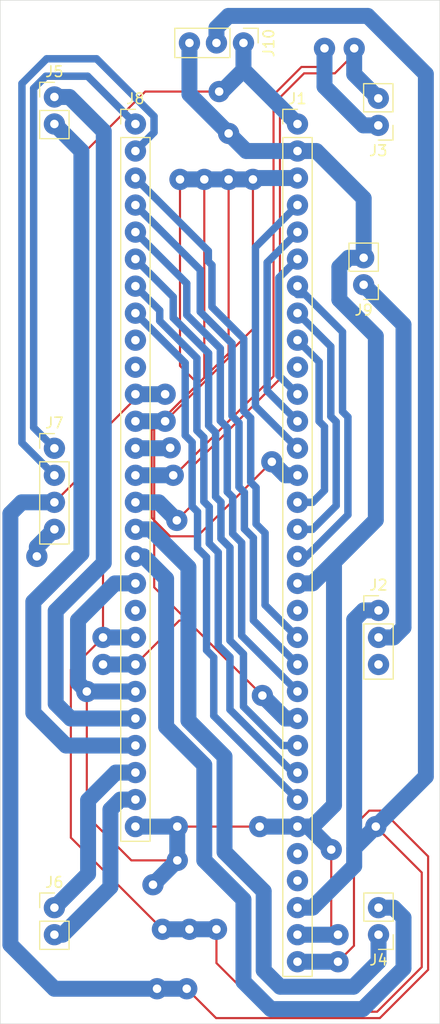
<source format=kicad_pcb>
(kicad_pcb (version 20241229) (generator "pcbnew") (generator_version "9.0")
  (layers (0 "F.Cu" signal) (2 "B.Cu" signal) (13 "F.Paste" user) (15 "B.Paste" user) (5 "F.SilkS" user "F.Silkscreen") (7 "B.SilkS" user "B.Silkscreen") (1 "F.Mask" user) (3 "B.Mask" user) (25 "Edge.Cuts" user))
  (net 0 "")
  (net 2 "Net-(J1-Pin_21)")
  (net 3 "GND")
  (net 4 "Net-(J1-Pin_12)")
  (net 5 "+12V")
  (net 6 "Net-(J1-Pin_17)")
  (net 7 "Net-(J1-Pin_16)")
  (net 8 "Net-(J1-Pin_13)")
  (net 9 "Net-(J1-Pin_20)")
  (net 10 "Net-(J1-Pin_26)")
  (net 11 "+3.3V")
  (net 12 "Net-(J1-Pin_24)")
  (net 13 "Net-(J1-Pin_15)")
  (net 15 "Net-(J1-Pin_11)")
  (net 16 "Net-(J1-Pin_22)")
  (net 18 "+5V")
  (net 21 "Net-(J1-Pin_25)")
  (net 22 "Net-(J2-Pin_2)")
  (net 24 "Net-(J3-Pin_1)")
  (net 25 "Net-(J3-Pin_2)")
  (net 26 "Net-(J4-Pin_2)")
  (net 27 "Net-(J4-Pin_1)")
  (net 28 "Net-(J5-Pin_2)")
  (net 29 "Net-(J5-Pin_1)")
  (net 30 "Net-(J6-Pin_1)")
  (net 31 "Net-(J6-Pin_2)")
  (net 32 "Net-(J7-Pin_1)")
  (net 33 "Net-(J7-Pin_2)")
  (footprint "Connector_PinHeader_2.54mm:PinHeader_1x03_P2.54mm_Vertical" (layer "F.Cu") (at 109.22 93.98)
    (property "Reference" "J2" (at 0 -2.38 0) (layer "F.SilkS"))
    (property "Value" "Conn_01x03_Socket" (hide yes))
    (fp_line (start -1.38 -1.38) (end 0 -1.38) (stroke (width 0.12)) (layer "F.SilkS"))
    (fp_line (start -1.38 0) (end -1.38 -1.38) (stroke (width 0.12)) (layer "F.SilkS"))
    (fp_line (start -1.38 1.27) (end -1.38 6.46) (stroke (width 0.12)) (layer "F.SilkS"))
    (fp_line (start -1.38 1.27) (end 1.38 1.27) (stroke (width 0.12)) (layer "F.SilkS"))
    (fp_line (start -1.38 6.46) (end 1.38 6.46) (stroke (width 0.12)) (layer "F.SilkS"))
    (fp_line (start 1.38 1.27) (end 1.38 6.46) (stroke (width 0.12)) (layer "F.SilkS"))
    (pad "1" thru_hole circle (at 0 0) (size 2 2) (drill 0.8) (layers "*.Cu" "*.Mask") (net 5 "+12V") (thermal_bridge_width 1))
    (pad "2" thru_hole circle (at 0 2.54) (size 2 2) (drill 0.8) (layers "*.Cu" "*.Mask") (net 22 "Net-(J2-Pin_2)") (thermal_bridge_width 1))
    (pad "3" thru_hole circle (at 0 5.08) (size 2 2) (drill 0.8) (layers "*.Cu" "*.Mask") (thermal_bridge_width 1))
  )
  (footprint "Connector_PinHeader_2.54mm:PinHeader_1x04_P2.54mm_Vertical" (layer "F.Cu") (at 78.74 78.74)
    (property "Reference" "J7" (at 0 -2.38 0) (layer "F.SilkS"))
    (property "Value" "Conn_01x04_Socket" (hide yes))
    (fp_line (start -1.38 -1.38) (end 0 -1.38) (stroke (width 0.12)) (layer "F.SilkS"))
    (fp_line (start -1.38 0) (end -1.38 -1.38) (stroke (width 0.12)) (layer "F.SilkS"))
    (fp_line (start -1.38 1.27) (end -1.38 9) (stroke (width 0.12)) (layer "F.SilkS"))
    (fp_line (start -1.38 1.27) (end 1.38 1.27) (stroke (width 0.12)) (layer "F.SilkS"))
    (fp_line (start -1.38 9) (end 1.38 9) (stroke (width 0.12)) (layer "F.SilkS"))
    (fp_line (start 1.38 1.27) (end 1.38 9) (stroke (width 0.12)) (layer "F.SilkS"))
    (pad "1" thru_hole circle (at 0 0) (size 2 2) (drill 0.8) (layers "*.Cu" "*.Mask") (net 32 "Net-(J7-Pin_1)") (thermal_bridge_width 1))
    (pad "2" thru_hole circle (at 0 2.54) (size 2 2) (drill 0.8) (layers "*.Cu" "*.Mask") (net 33 "Net-(J7-Pin_2)") (thermal_bridge_width 1))
    (pad "3" thru_hole circle (at 0 5.08) (size 2 2) (drill 0.8) (layers "*.Cu" "*.Mask") (net 18 "+5V") (thermal_bridge_width 1))
    (pad "4" thru_hole circle (at 0 7.62) (size 2 2) (drill 0.8) (layers "*.Cu" "*.Mask") (net 3 "GND") (thermal_bridge_width 1))
  )
  (footprint "Connector_PinHeader_2.54mm:PinHeader_1x02_P2.54mm_Vertical" (layer "F.Cu") (at 78.74 121.92)
    (property "Reference" "J6" (at 0 -2.38 0) (layer "F.SilkS"))
    (property "Value" "Conn_01x02_Socket" (hide yes))
    (fp_line (start -1.38 -1.38) (end 0 -1.38) (stroke (width 0.12)) (layer "F.SilkS"))
    (fp_line (start -1.38 0) (end -1.38 -1.38) (stroke (width 0.12)) (layer "F.SilkS"))
    (fp_line (start -1.38 1.27) (end -1.38 3.92) (stroke (width 0.12)) (layer "F.SilkS"))
    (fp_line (start -1.38 1.27) (end 1.38 1.27) (stroke (width 0.12)) (layer "F.SilkS"))
    (fp_line (start -1.38 3.92) (end 1.38 3.92) (stroke (width 0.12)) (layer "F.SilkS"))
    (fp_line (start 1.38 1.27) (end 1.38 3.92) (stroke (width 0.12)) (layer "F.SilkS"))
    (pad "1" thru_hole circle (at 0 0) (size 2 2) (drill 0.8) (layers "*.Cu" "*.Mask") (net 30 "Net-(J6-Pin_1)") (thermal_bridge_width 1))
    (pad "2" thru_hole circle (at 0 2.54) (size 2 2) (drill 0.8) (layers "*.Cu" "*.Mask") (net 31 "Net-(J6-Pin_2)") (thermal_bridge_width 1))
  )
  (footprint "Connector_PinHeader_2.54mm:PinHeader_1x27_P2.54mm_Vertical" (layer "F.Cu") (at 86.36 48.26)
    (property "Reference" "J8" (at 0 -2.38 0) (layer "F.SilkS"))
    (property "Value" "Conn_01x27_Socket" (hide yes))
    (fp_line (start -1.38 -1.38) (end 0 -1.38) (stroke (width 0.12)) (layer "F.SilkS"))
    (fp_line (start -1.38 0) (end -1.38 -1.38) (stroke (width 0.12)) (layer "F.SilkS"))
    (fp_line (start -1.38 1.27) (end -1.38 67.42) (stroke (width 0.12)) (layer "F.SilkS"))
    (fp_line (start -1.38 1.27) (end 1.38 1.27) (stroke (width 0.12)) (layer "F.SilkS"))
    (fp_line (start -1.38 67.42) (end 1.38 67.42) (stroke (width 0.12)) (layer "F.SilkS"))
    (fp_line (start 1.38 1.27) (end 1.38 67.42) (stroke (width 0.12)) (layer "F.SilkS"))
    (pad "1" thru_hole circle (at 0 0) (size 2 2) (drill 0.8) (layers "*.Cu" "*.Mask") (net 32 "Net-(J7-Pin_1)") (thermal_bridge_width 1))
    (pad "2" thru_hole circle (at 0 2.54) (size 2 2) (drill 0.8) (layers "*.Cu" "*.Mask") (net 33 "Net-(J7-Pin_2)") (thermal_bridge_width 1))
    (pad "3" thru_hole circle (at 0 5.08) (size 2 2) (drill 0.8) (layers "*.Cu" "*.Mask") (net 9 "Net-(J1-Pin_20)") (thermal_bridge_width 1))
    (pad "4" thru_hole circle (at 0 7.62) (size 2 2) (drill 0.8) (layers "*.Cu" "*.Mask") (net 2 "Net-(J1-Pin_21)") (thermal_bridge_width 1))
    (pad "5" thru_hole circle (at 0 10.16) (size 2 2) (drill 0.8) (layers "*.Cu" "*.Mask") (net 16 "Net-(J1-Pin_22)") (thermal_bridge_width 1))
    (pad "6" thru_hole circle (at 0 12.7) (size 2 2) (drill 0.8) (layers "*.Cu" "*.Mask") (net 12 "Net-(J1-Pin_24)") (thermal_bridge_width 1))
    (pad "7" thru_hole circle (at 0 15.24) (size 2 2) (drill 0.8) (layers "*.Cu" "*.Mask") (net 21 "Net-(J1-Pin_25)") (thermal_bridge_width 1))
    (pad "8" thru_hole circle (at 0 17.78) (size 2 2) (drill 0.8) (layers "*.Cu" "*.Mask") (net 10 "Net-(J1-Pin_26)") (thermal_bridge_width 1))
    (pad "9" thru_hole circle (at 0 20.32) (size 2 2) (drill 0.8) (layers "*.Cu" "*.Mask") (thermal_bridge_width 1))
    (pad "10" thru_hole circle (at 0 22.86) (size 2 2) (drill 0.8) (layers "*.Cu" "*.Mask") (thermal_bridge_width 1))
    (pad "11" thru_hole circle (at 0 25.4) (size 2 2) (drill 0.8) (layers "*.Cu" "*.Mask") (net 5 "+12V") (thermal_bridge_width 1))
    (pad "12" thru_hole circle (at 0 27.94) (size 2 2) (drill 0.8) (layers "*.Cu" "*.Mask") (net 11 "+3.3V") (thermal_bridge_width 1))
    (pad "13" thru_hole circle (at 0 30.48) (size 2 2) (drill 0.8) (layers "*.Cu" "*.Mask") (net 3 "GND") (thermal_bridge_width 1))
    (pad "14" thru_hole circle (at 0 33.02) (size 2 2) (drill 0.8) (layers "*.Cu" "*.Mask") (net 24 "Net-(J3-Pin_1)") (thermal_bridge_width 1))
    (pad "15" thru_hole circle (at 0 35.56) (size 2 2) (drill 0.8) (layers "*.Cu" "*.Mask") (net 25 "Net-(J3-Pin_2)") (thermal_bridge_width 1))
    (pad "16" thru_hole circle (at 0 38.1) (size 2 2) (drill 0.8) (layers "*.Cu" "*.Mask") (net 27 "Net-(J4-Pin_1)") (thermal_bridge_width 1))
    (pad "17" thru_hole circle (at 0 40.64) (size 2 2) (drill 0.8) (layers "*.Cu" "*.Mask") (net 26 "Net-(J4-Pin_2)") (thermal_bridge_width 1))
    (pad "18" thru_hole circle (at 0 43.18) (size 2 2) (drill 0.8) (layers "*.Cu" "*.Mask") (net 3 "GND") (thermal_bridge_width 1))
    (pad "19" thru_hole circle (at 0 45.72) (size 2 2) (drill 0.8) (layers "*.Cu" "*.Mask") (thermal_bridge_width 1))
    (pad "20" thru_hole circle (at 0 48.26) (size 2 2) (drill 0.8) (layers "*.Cu" "*.Mask") (net 5 "+12V") (thermal_bridge_width 1))
    (pad "21" thru_hole circle (at 0 50.8) (size 2 2) (drill 0.8) (layers "*.Cu" "*.Mask") (net 11 "+3.3V") (thermal_bridge_width 1))
    (pad "22" thru_hole circle (at 0 53.34) (size 2 2) (drill 0.8) (layers "*.Cu" "*.Mask") (net 3 "GND") (thermal_bridge_width 1))
    (pad "23" thru_hole circle (at 0 55.88) (size 2 2) (drill 0.8) (layers "*.Cu" "*.Mask") (net 29 "Net-(J5-Pin_1)") (thermal_bridge_width 1))
    (pad "24" thru_hole circle (at 0 58.42) (size 2 2) (drill 0.8) (layers "*.Cu" "*.Mask") (net 28 "Net-(J5-Pin_2)") (thermal_bridge_width 1))
    (pad "25" thru_hole circle (at 0 60.96) (size 2 2) (drill 0.8) (layers "*.Cu" "*.Mask") (net 30 "Net-(J6-Pin_1)") (thermal_bridge_width 1))
    (pad "26" thru_hole circle (at 0 63.5) (size 2 2) (drill 0.8) (layers "*.Cu" "*.Mask") (net 31 "Net-(J6-Pin_2)") (thermal_bridge_width 1))
    (pad "27" thru_hole circle (at 0 66.04) (size 2 2) (drill 0.8) (layers "*.Cu" "*.Mask") (net 3 "GND") (thermal_bridge_width 1))
  )
  (footprint "Connector_PinHeader_2.54mm:PinHeader_1x02_P2.54mm_Vertical" (layer "F.Cu") (at 109.2 48.39 180)
    (property "Reference" "J3" (at 0 -2.38 0) (layer "F.SilkS"))
    (property "Value" "Conn_01x02_Socket" (hide yes))
    (fp_line (start 1.38 1.27) (end 1.38 3.92) (stroke (width 0.12)) (layer "F.SilkS"))
    (fp_line (start -1.38 3.92) (end 1.38 3.92) (stroke (width 0.12)) (layer "F.SilkS"))
    (fp_line (start -1.38 1.27) (end 1.38 1.27) (stroke (width 0.12)) (layer "F.SilkS"))
    (fp_line (start -1.38 1.27) (end -1.38 3.92) (stroke (width 0.12)) (layer "F.SilkS"))
    (fp_line (start -1.38 0) (end -1.38 -1.38) (stroke (width 0.12)) (layer "F.SilkS"))
    (fp_line (start -1.38 -1.38) (end 0 -1.38) (stroke (width 0.12)) (layer "F.SilkS"))
    (pad "1" thru_hole circle (at 0 0 180) (size 2 2) (drill 0.8) (layers "*.Cu" "*.Mask") (net 24 "Net-(J3-Pin_1)") (thermal_bridge_width 1))
    (pad "2" thru_hole circle (at 0 2.54 180) (size 2 2) (drill 0.8) (layers "*.Cu" "*.Mask") (net 25 "Net-(J3-Pin_2)") (thermal_bridge_width 1))
  )
  (footprint "Connector_PinHeader_2.54mm:PinHeader_1x02_P2.54mm_Vertical" (layer "F.Cu") (at 109.22 124.46 180)
    (property "Reference" "J4" (at 0 -2.38 0) (layer "F.SilkS"))
    (property "Value" "Conn_01x02_Socket" (hide yes))
    (fp_line (start 1.38 1.27) (end 1.38 3.92) (stroke (width 0.12)) (layer "F.SilkS"))
    (fp_line (start -1.38 3.92) (end 1.38 3.92) (stroke (width 0.12)) (layer "F.SilkS"))
    (fp_line (start -1.38 1.27) (end 1.38 1.27) (stroke (width 0.12)) (layer "F.SilkS"))
    (fp_line (start -1.38 1.27) (end -1.38 3.92) (stroke (width 0.12)) (layer "F.SilkS"))
    (fp_line (start -1.38 0) (end -1.38 -1.38) (stroke (width 0.12)) (layer "F.SilkS"))
    (fp_line (start -1.38 -1.38) (end 0 -1.38) (stroke (width 0.12)) (layer "F.SilkS"))
    (pad "1" thru_hole circle (at 0 0 180) (size 2 2) (drill 0.8) (layers "*.Cu" "*.Mask") (net 27 "Net-(J4-Pin_1)") (thermal_bridge_width 1))
    (pad "2" thru_hole circle (at 0 2.54 180) (size 2 2) (drill 0.8) (layers "*.Cu" "*.Mask") (net 26 "Net-(J4-Pin_2)") (thermal_bridge_width 1))
  )
  (footprint "Connector_PinHeader_2.54mm:PinHeader_1x32_P2.54mm_Vertical" (layer "F.Cu") (at 101.6 48.26)
    (property "Reference" "J1" (at 0 -2.38 0) (layer "F.SilkS"))
    (property "Value" "Conn_01x32_Socket" (hide yes))
    (fp_line (start -1.38 -1.38) (end 0 -1.38) (stroke (width 0.12)) (layer "F.SilkS"))
    (fp_line (start -1.38 0) (end -1.38 -1.38) (stroke (width 0.12)) (layer "F.SilkS"))
    (fp_line (start -1.38 1.27) (end -1.38 80.12) (stroke (width 0.12)) (layer "F.SilkS"))
    (fp_line (start -1.38 1.27) (end 1.38 1.27) (stroke (width 0.12)) (layer "F.SilkS"))
    (fp_line (start -1.38 80.12) (end 1.38 80.12) (stroke (width 0.12)) (layer "F.SilkS"))
    (fp_line (start 1.38 1.27) (end 1.38 80.12) (stroke (width 0.12)) (layer "F.SilkS"))
    (pad "1" thru_hole circle (at 0 0) (size 2 2) (drill 0.8) (layers "*.Cu" "*.Mask") (net 18 "+5V") (thermal_bridge_width 1))
    (pad "2" thru_hole circle (at 0 2.54) (size 2 2) (drill 0.8) (layers "*.Cu" "*.Mask") (net 3 "GND") (thermal_bridge_width 1))
    (pad "3" thru_hole circle (at 0 5.08) (size 2 2) (drill 0.8) (layers "*.Cu" "*.Mask") (net 11 "+3.3V") (thermal_bridge_width 1))
    (pad "4" thru_hole circle (at 0 7.62) (size 2 2) (drill 0.8) (layers "*.Cu" "*.Mask") (net 8 "Net-(J1-Pin_13)") (thermal_bridge_width 1))
    (pad "5" thru_hole circle (at 0 10.16) (size 2 2) (drill 0.8) (layers "*.Cu" "*.Mask") (net 4 "Net-(J1-Pin_12)") (thermal_bridge_width 1))
    (pad "6" thru_hole circle (at 0 12.7) (size 2 2) (drill 0.8) (layers "*.Cu" "*.Mask") (net 15 "Net-(J1-Pin_11)") (thermal_bridge_width 1))
    (pad "7" thru_hole circle (at 0 15.24) (size 2 2) (drill 0.8) (layers "*.Cu" "*.Mask") (net 6 "Net-(J1-Pin_17)") (thermal_bridge_width 1))
    (pad "8" thru_hole circle (at 0 17.78) (size 2 2) (drill 0.8) (layers "*.Cu" "*.Mask") (net 7 "Net-(J1-Pin_16)") (thermal_bridge_width 1))
    (pad "9" thru_hole circle (at 0 20.32) (size 2 2) (drill 0.8) (layers "*.Cu" "*.Mask") (net 13 "Net-(J1-Pin_15)") (thermal_bridge_width 1))
    (pad "10" thru_hole circle (at 0 22.86) (size 2 2) (drill 0.8) (layers "*.Cu" "*.Mask") (thermal_bridge_width 1))
    (pad "11" thru_hole circle (at 0 25.4) (size 2 2) (drill 0.8) (layers "*.Cu" "*.Mask") (net 15 "Net-(J1-Pin_11)") (thermal_bridge_width 1))
    (pad "12" thru_hole circle (at 0 27.94) (size 2 2) (drill 0.8) (layers "*.Cu" "*.Mask") (net 4 "Net-(J1-Pin_12)") (thermal_bridge_width 1))
    (pad "13" thru_hole circle (at 0 30.48) (size 2 2) (drill 0.8) (layers "*.Cu" "*.Mask") (net 8 "Net-(J1-Pin_13)") (thermal_bridge_width 1))
    (pad "14" thru_hole circle (at 0 33.02) (size 2 2) (drill 0.8) (layers "*.Cu" "*.Mask") (net 11 "+3.3V") (thermal_bridge_width 1))
    (pad "15" thru_hole circle (at 0 35.56) (size 2 2) (drill 0.8) (layers "*.Cu" "*.Mask") (net 13 "Net-(J1-Pin_15)") (thermal_bridge_width 1))
    (pad "16" thru_hole circle (at 0 38.1) (size 2 2) (drill 0.8) (layers "*.Cu" "*.Mask") (net 7 "Net-(J1-Pin_16)") (thermal_bridge_width 1))
    (pad "17" thru_hole circle (at 0 40.64) (size 2 2) (drill 0.8) (layers "*.Cu" "*.Mask") (net 6 "Net-(J1-Pin_17)") (thermal_bridge_width 1))
    (pad "18" thru_hole circle (at 0 43.18) (size 2 2) (drill 0.8) (layers "*.Cu" "*.Mask") (net 3 "GND") (thermal_bridge_width 1))
    (pad "19" thru_hole circle (at 0 45.72) (size 2 2) (drill 0.8) (layers "*.Cu" "*.Mask") (thermal_bridge_width 1))
    (pad "20" thru_hole circle (at 0 48.26) (size 2 2) (drill 0.8) (layers "*.Cu" "*.Mask") (net 9 "Net-(J1-Pin_20)") (thermal_bridge_width 1))
    (pad "21" thru_hole circle (at 0 50.8) (size 2 2) (drill 0.8) (layers "*.Cu" "*.Mask") (net 2 "Net-(J1-Pin_21)") (thermal_bridge_width 1))
    (pad "22" thru_hole circle (at 0 53.34) (size 2 2) (drill 0.8) (layers "*.Cu" "*.Mask") (net 16 "Net-(J1-Pin_22)") (thermal_bridge_width 1))
    (pad "23" thru_hole circle (at 0 55.88) (size 2 2) (drill 0.8) (layers "*.Cu" "*.Mask") (net 11 "+3.3V") (thermal_bridge_width 1))
    (pad "24" thru_hole circle (at 0 58.42) (size 2 2) (drill 0.8) (layers "*.Cu" "*.Mask") (net 12 "Net-(J1-Pin_24)") (thermal_bridge_width 1))
    (pad "25" thru_hole circle (at 0 60.96) (size 2 2) (drill 0.8) (layers "*.Cu" "*.Mask") (net 21 "Net-(J1-Pin_25)") (thermal_bridge_width 1))
    (pad "26" thru_hole circle (at 0 63.5) (size 2 2) (drill 0.8) (layers "*.Cu" "*.Mask") (net 10 "Net-(J1-Pin_26)") (thermal_bridge_width 1))
    (pad "27" thru_hole circle (at 0 66.04) (size 2 2) (drill 0.8) (layers "*.Cu" "*.Mask") (net 3 "GND") (thermal_bridge_width 1))
    (pad "28" thru_hole circle (at 0 68.58) (size 2 2) (drill 0.8) (layers "*.Cu" "*.Mask") (thermal_bridge_width 1))
    (pad "29" thru_hole circle (at 0 71.12) (size 2 2) (drill 0.8) (layers "*.Cu" "*.Mask") (thermal_bridge_width 1))
    (pad "30" thru_hole circle (at 0 73.66) (size 2 2) (drill 0.8) (layers "*.Cu" "*.Mask") (net 5 "+12V") (thermal_bridge_width 1))
    (pad "31" thru_hole circle (at 0 76.2) (size 2 2) (drill 0.8) (layers "*.Cu" "*.Mask") (net 3 "GND") (thermal_bridge_width 1))
    (pad "32" thru_hole circle (at 0 78.74) (size 2 2) (drill 0.8) (layers "*.Cu" "*.Mask") (net 18 "+5V") (thermal_bridge_width 1))
  )
  (footprint "Connector_PinHeader_2.54mm:PinHeader_1x02_P2.54mm_Vertical" (layer "F.Cu") (at 107.823 63.373 180)
    (property "Reference" "J9" (at 0 -2.38 0) (layer "F.SilkS"))
    (property "Value" "Conn_01x02_Socket" (hide yes))
    (fp_line (start 1.38 1.27) (end 1.38 3.92) (stroke (width 0.12)) (layer "F.SilkS"))
    (fp_line (start -1.38 3.92) (end 1.38 3.92) (stroke (width 0.12)) (layer "F.SilkS"))
    (fp_line (start -1.38 1.27) (end 1.38 1.27) (stroke (width 0.12)) (layer "F.SilkS"))
    (fp_line (start -1.38 1.27) (end -1.38 3.92) (stroke (width 0.12)) (layer "F.SilkS"))
    (fp_line (start -1.38 0) (end -1.38 -1.38) (stroke (width 0.12)) (layer "F.SilkS"))
    (fp_line (start -1.38 -1.38) (end 0 -1.38) (stroke (width 0.12)) (layer "F.SilkS"))
    (pad "1" thru_hole circle (at 0 0 180) (size 2 2) (drill 0.8) (layers "*.Cu" "*.Mask") (net 22 "Net-(J2-Pin_2)") (thermal_bridge_width 1))
    (pad "2" thru_hole circle (at 0 2.54 180) (size 2 2) (drill 0.8) (layers "*.Cu" "*.Mask") (net 3 "GND") (thermal_bridge_width 1))
  )
  (footprint "Connector_PinHeader_2.54mm:PinHeader_1x02_P2.54mm_Vertical" (layer "F.Cu") (at 78.74 45.72)
    (property "Reference" "J5" (at 0 -2.38 0) (layer "F.SilkS"))
    (property "Value" "Conn_01x02_Socket" (hide yes))
    (fp_line (start -1.38 -1.38) (end 0 -1.38) (stroke (width 0.12)) (layer "F.SilkS"))
    (fp_line (start -1.38 0) (end -1.38 -1.38) (stroke (width 0.12)) (layer "F.SilkS"))
    (fp_line (start -1.38 1.27) (end -1.38 3.92) (stroke (width 0.12)) (layer "F.SilkS"))
    (fp_line (start -1.38 1.27) (end 1.38 1.27) (stroke (width 0.12)) (layer "F.SilkS"))
    (fp_line (start -1.38 3.92) (end 1.38 3.92) (stroke (width 0.12)) (layer "F.SilkS"))
    (fp_line (start 1.38 1.27) (end 1.38 3.92) (stroke (width 0.12)) (layer "F.SilkS"))
    (pad "1" thru_hole circle (at 0 0) (size 2 2) (drill 0.8) (layers "*.Cu" "*.Mask") (net 29 "Net-(J5-Pin_1)") (thermal_bridge_width 1))
    (pad "2" thru_hole circle (at 0 2.54) (size 2 2) (drill 0.8) (layers "*.Cu" "*.Mask") (net 28 "Net-(J5-Pin_2)") (thermal_bridge_width 1))
  )
  (footprint "Connector_PinHeader_2.54mm:PinHeader_1x03_P2.54mm_Vertical" (layer "F.Cu") (at 96.52 40.64 -90)
    (property "Reference" "J10" (at 0 -2.38 90) (layer "F.SilkS"))
    (property "Value" "Conn_01x03_Socket" (hide yes))
    (fp_line (start -1.38 6.46) (end 1.38 6.46) (stroke (width 0.12)) (layer "F.SilkS"))
    (fp_line (start -1.38 1.27) (end -1.38 6.46) (stroke (width 0.12)) (layer "F.SilkS"))
    (fp_line (start -1.38 1.27) (end 1.38 1.27) (stroke (width 0.12)) (layer "F.SilkS"))
    (fp_line (start 1.38 1.27) (end 1.38 6.46) (stroke (width 0.12)) (layer "F.SilkS"))
    (fp_line (start -1.38 0) (end -1.38 -1.38) (stroke (width 0.12)) (layer "F.SilkS"))
    (fp_line (start -1.38 -1.38) (end 0 -1.38) (stroke (width 0.12)) (layer "F.SilkS"))
    (pad "1" thru_hole circle (at 0 0 270) (size 2 2) (drill 0.8) (layers "*.Cu" "*.Mask") (net 18 "+5V") (thermal_bridge_width 1))
    (pad "2" thru_hole circle (at 0 2.54 270) (size 2 2) (drill 0.8) (layers "*.Cu" "*.Mask") (net 5 "+12V") (thermal_bridge_width 1))
    (pad "3" thru_hole circle (at 0 5.08 270) (size 2 2) (drill 0.8) (layers "*.Cu" "*.Mask") (net 3 "GND") (thermal_bridge_width 1))
  )
  (gr_rect (start 73.65 36.63) (end 114.98 132.83) (stroke (width 0.05)) (fill no) (layer "Edge.Cuts"))
  (segment (start 95.445 68.896804) (end 92.456 65.907803) (width 0.7) (layer "B.Cu") (net 2))
  (segment (start 92.456 61.976) (end 86.36 55.88) (width 0.7) (layer "B.Cu") (net 2))
  (segment (start 96.098001 76.352105) (end 95.445 75.699103) (width 0.7) (layer "B.Cu") (net 2))
  (segment (start 97.451 87.158805) (end 96.606 86.313805) (width 0.7) (layer "B.Cu") (net 2))
  (segment (start 95.445 75.699103) (end 95.445 68.896804) (width 0.7) (layer "B.Cu") (net 2))
  (segment (start 96.098 82.376806) (end 96.098001 76.352105) (width 0.7) (layer "B.Cu") (net 2))
  (segment (start 97.451 94.911) (end 97.451 87.158805) (width 0.7) (layer "B.Cu") (net 2))
  (segment (start 92.456 65.907803) (end 92.456 61.976) (width 0.7) (layer "B.Cu") (net 2))
  (segment (start 101.6 99.06) (end 97.451 94.911) (width 0.7) (layer "B.Cu") (net 2))
  (segment (start 96.606 86.313805) (end 96.606 82.884806) (width 0.7) (layer "B.Cu") (net 2))
  (segment (start 96.606 82.884806) (end 96.098 82.376806) (width 0.7) (layer "B.Cu") (net 2))
  (segment (start 90.297 114.3) (end 98.044 114.3) (width 0.2) (layer "F.Cu") (net 3))
  (segment (start 85.979 117.475) (end 90.297 117.475) (width 0.2) (layer "F.Cu") (net 3))
  (segment (start 81.788 113.284) (end 85.979 117.475) (width 0.2) (layer "F.Cu") (net 3))
  (segment (start 81.788 101.6) (end 81.788 113.284) (width 0.2) (layer "F.Cu") (net 3))
  (segment (start 104.775 116.459) (end 104.775 123.825) (width 0.2) (layer "F.Cu") (net 3))
  (segment (start 104.775 123.825) (end 105.41 124.46) (width 0.2) (layer "F.Cu") (net 3))
  (via (at 95.126013 49.145987) (size 2) (drill 0.8) (layers "F.Cu" "B.Cu") (net 3))
  (via (at 89.628878 78.6959) (size 2) (drill 0.8) (layers "F.Cu" "B.Cu") (net 3))
  (via (at 104.775 116.459) (size 2) (drill 0.8) (layers "F.Cu" "B.Cu") (net 3))
  (via (at 81.788 101.6) (size 2) (drill 0.8) (layers "F.Cu" "B.Cu") (net 3))
  (via (at 90.297 114.3) (size 2) (drill 0.8) (layers "F.Cu" "B.Cu") (net 3))
  (via (at 90.297 117.475) (size 2) (drill 0.8) (layers "F.Cu" "B.Cu") (net 3))
  (via (at 105.41 124.46) (size 2) (drill 0.8) (layers "F.Cu" "B.Cu") (net 3))
  (via (at 98.044 114.3) (size 2) (drill 0.8) (layers "F.Cu" "B.Cu") (net 3))
  (via (at 88.011 119.761) (size 2) (drill 0.8) (layers "F.Cu" "B.Cu") (net 3))
  (via (at 77.089 88.9) (size 2) (drill 0.8) (layers "F.Cu" "B.Cu") (net 3))
  (segment (start 77.089 88.011) (end 78.74 86.36) (width 1.5) (layer "B.Cu") (net 3))
  (segment (start 101.6 114.3) (end 103.014213 114.3) (width 1.5) (layer "B.Cu") (net 3))
  (segment (start 105.537 64.77) (end 108.966 68.199) (width 1.5) (layer "B.Cu") (net 3))
  (segment (start 96.780026 50.8) (end 101.6 50.8) (width 1.5) (layer "B.Cu") (net 3))
  (segment (start 101.6 50.8) (end 103.378 50.8) (width 1.5) (layer "B.Cu") (net 3))
  (segment (start 108.966 85.488213) (end 107.323606 87.130606) (width 1.5) (layer "B.Cu") (net 3))
  (segment (start 107.823 60.833) (end 106.408787 60.833) (width 1.5) (layer "B.Cu") (net 3))
  (segment (start 86.36 114.3) (end 90.297 114.3) (width 1.5) (layer "B.Cu") (net 3))
  (segment (start 80.961 100.773) (end 81.788 101.6) (width 1.5) (layer "B.Cu") (net 3))
  (segment (start 86.36 91.44) (end 84.428526 91.44) (width 1.5) (layer "B.Cu") (net 3))
  (segment (start 105.033 89.421212) (end 107.323606 87.130606) (width 1.5) (layer "B.Cu") (net 3))
  (segment (start 102.616 114.3) (end 104.775 116.459) (width 1.5) (layer "B.Cu") (net 3))
  (segment (start 103.378 50.8) (end 107.823 55.245) (width 1.5) (layer "B.Cu") (net 3))
  (segment (start 107.323606 87.130606) (end 103.014213 91.44) (width 1.5) (layer "B.Cu") (net 3))
  (segment (start 80.961 94.907526) (end 80.961 100.773) (width 1.5) (layer "B.Cu") (net 3))
  (segment (start 106.408787 60.833) (end 105.537 61.704787) (width 1.5) (layer "B.Cu") (net 3))
  (segment (start 103.014213 91.44) (end 101.6 91.44) (width 1.5) (layer "B.Cu") (net 3))
  (segment (start 95.126013 49.145987) (end 96.780026 50.8) (width 1.5) (layer "B.Cu") (net 3))
  (segment (start 108.966 68.199) (end 108.966 85.488213) (width 1.5) (layer "B.Cu") (net 3))
  (segment (start 90.297 114.3) (end 90.297 117.475) (width 1.5) (layer "B.Cu") (net 3))
  (segment (start 98.044 114.3) (end 101.6 114.3) (width 1.5) (layer "B.Cu") (net 3))
  (segment (start 107.823 55.245) (end 107.823 60.833) (width 1.5) (layer "B.Cu") (net 3))
  (segment (start 105.537 61.704787) (end 105.537 64.77) (width 1.5) (layer "B.Cu") (net 3))
  (segment (start 105.033 112.281213) (end 105.033 89.421212) (width 1.5) (layer "B.Cu") (net 3))
  (segment (start 77.089 88.9) (end 77.089 88.011) (width 1.5) (layer "B.Cu") (net 3))
  (segment (start 91.44 45.459974) (end 95.126013 49.145987) (width 1.5) (layer "B.Cu") (net 3))
  (segment (start 86.36 78.74) (end 89.584778 78.74) (width 1.5) (layer "B.Cu") (net 3))
  (segment (start 103.014213 114.3) (end 105.033 112.281213) (width 1.5) (layer "B.Cu") (net 3))
  (segment (start 101.6 114.3) (end 102.616 114.3) (width 1.5) (layer "B.Cu") (net 3))
  (segment (start 101.6 124.46) (end 105.41 124.46) (width 1.5) (layer "B.Cu") (net 3))
  (segment (start 81.788 101.6) (end 86.36 101.6) (width 1.5) (layer "B.Cu") (net 3))
  (segment (start 91.44 40.64) (end 91.44 45.459974) (width 1.5) (layer "B.Cu") (net 3))
  (segment (start 89.584778 78.74) (end 89.628878 78.6959) (width 1.5) (layer "B.Cu") (net 3))
  (segment (start 90.297 117.475) (end 88.011 119.761) (width 1.5) (layer "B.Cu") (net 3))
  (segment (start 84.428526 91.44) (end 80.961 94.907526) (width 1.5) (layer "B.Cu") (net 3))
  (segment (start 98.748 61.272) (end 101.6 58.42) (width 0.7) (layer "B.Cu") (net 4))
  (segment (start 98.748 73.348) (end 98.748 61.272) (width 0.7) (layer "B.Cu") (net 4))
  (segment (start 101.6 76.2) (end 98.748 73.348) (width 0.7) (layer "B.Cu") (net 4))
  (segment (start 80.287 115.339) (end 88.9 123.952) (width 0.2) (layer "F.Cu") (net 5))
  (segment (start 83.312 77.125265) (end 83.312 96.52) (width 0.2) (layer "F.Cu") (net 5))
  (segment (start 93.98 123.952) (end 93.98 127.127) (width 0.2) (layer "F.Cu") (net 5))
  (segment (start 80.287 99.545) (end 80.287 115.339) (width 0.2) (layer "F.Cu") (net 5))
  (segment (start 89.154 73.66) (end 86.777265 73.66) (width 0.2) (layer "F.Cu") (net 5))
  (segment (start 109.093 131.699) (end 113.284 127.508) (width 0.2) (layer "F.Cu") (net 5))
  (segment (start 113.284 127.508) (end 113.284 118.618) (width 0.2) (layer "F.Cu") (net 5))
  (segment (start 86.777265 73.66) (end 83.312 77.125265) (width 0.2) (layer "F.Cu") (net 5))
  (segment (start 83.312 96.52) (end 80.287 99.545) (width 0.2) (layer "F.Cu") (net 5))
  (segment (start 93.98 127.127) (end 98.552 131.699) (width 0.2) (layer "F.Cu") (net 5))
  (segment (start 98.552 131.699) (end 109.093 131.699) (width 0.2) (layer "F.Cu") (net 5))
  (segment (start 113.284 118.618) (end 108.966 114.3) (width 0.2) (layer "F.Cu") (net 5))
  (via (at 108.966 114.3) (size 2) (drill 0.8) (layers "F.Cu" "B.Cu") (net 5))
  (via (at 88.9 123.952) (size 2) (drill 0.8) (layers "F.Cu" "B.Cu") (net 5))
  (via (at 93.98 123.952) (size 2) (drill 0.8) (layers "F.Cu" "B.Cu") (net 5))
  (via (at 83.312 96.52) (size 2) (drill 0.8) (layers "F.Cu" "B.Cu") (net 5))
  (via (at 89.154 73.66) (size 2) (drill 0.8) (layers "F.Cu" "B.Cu") (net 5))
  (via (at 91.44 123.952) (size 2) (drill 0.8) (layers "F.Cu" "B.Cu") (net 5))
  (segment (start 107.805787 93.98) (end 106.934 94.851787) (width 1.5) (layer "B.Cu") (net 5))
  (segment (start 113.672 109.594) (end 108.966 114.3) (width 1.5) (layer "B.Cu") (net 5))
  (segment (start 106.934 118.000213) (end 106.934 116.332) (width 1.5) (layer "B.Cu") (net 5))
  (segment (start 109.22 93.98) (end 107.805787 93.98) (width 1.5) (layer "B.Cu") (net 5))
  (segment (start 113.672 43.568) (end 113.672 109.594) (width 1.5) (layer "B.Cu") (net 5))
  (segment (start 91.44 123.952) (end 93.98 123.952) (width 1.5) (layer "B.Cu") (net 5))
  (segment (start 93.98 39.225787) (end 95.105787 38.1) (width 1.5) (layer "B.Cu") (net 5))
  (segment (start 106.934 116.332) (end 108.966 114.3) (width 1.5) (layer "B.Cu") (net 5))
  (segment (start 95.105787 38.1) (end 108.204 38.1) (width 1.5) (layer "B.Cu") (net 5))
  (segment (start 106.934 118.000213) (end 103.014213 121.92) (width 1.5) (layer "B.Cu") (net 5))
  (segment (start 86.36 73.66) (end 89.154 73.66) (width 1.5) (layer "B.Cu") (net 5))
  (segment (start 103.014213 121.92) (end 101.6 121.92) (width 1.5) (layer "B.Cu") (net 5))
  (segment (start 106.934 94.851787) (end 106.934 118.000213) (width 1.5) (layer "B.Cu") (net 5))
  (segment (start 93.98 40.64) (end 93.98 39.225787) (width 1.5) (layer "B.Cu") (net 5))
  (segment (start 108.204 38.1) (end 113.672 43.568) (width 1.5) (layer "B.Cu") (net 5))
  (segment (start 88.9 123.952) (end 91.44 123.952) (width 1.5) (layer "B.Cu") (net 5))
  (segment (start 83.312 96.52) (end 86.36 96.52) (width 1.5) (layer "B.Cu") (net 5))
  (segment (start 105.834 75.287901) (end 105.834 67.797712) (width 0.7) (layer "B.Cu") (net 6))
  (segment (start 101.6 64.289) (end 101.6 63.5) (width 0.7) (layer "B.Cu") (net 6))
  (segment (start 102.443 88.9) (end 106.342 85.001) (width 0.7) (layer "B.Cu") (net 6))
  (segment (start 101.6 88.9) (end 102.443 88.9) (width 0.7) (layer "B.Cu") (net 6))
  (segment (start 102.325288 64.289) (end 101.6 64.289) (width 0.7) (layer "B.Cu") (net 6))
  (segment (start 106.342 85.001) (end 106.342 75.795901) (width 0.7) (layer "B.Cu") (net 6))
  (segment (start 105.834 67.797712) (end 102.325288 64.289) (width 0.7) (layer "B.Cu") (net 6))
  (segment (start 106.342 75.795901) (end 105.834 75.287901) (width 0.7) (layer "B.Cu") (net 6))
  (segment (start 103.014213 86.36) (end 101.6 86.36) (width 0.7) (layer "B.Cu") (net 7))
  (segment (start 104.733 75.743951) (end 105.241 76.251951) (width 0.7) (layer "B.Cu") (net 7))
  (segment (start 105.241 84.133213) (end 103.014213 86.36) (width 0.7) (layer "B.Cu") (net 7))
  (segment (start 101.6 66.04) (end 104.733 69.173) (width 0.7) (layer "B.Cu") (net 7))
  (segment (start 104.733 69.173) (end 104.733 75.743951) (width 0.7) (layer "B.Cu") (net 7))
  (segment (start 105.241 76.251951) (end 105.241 84.133213) (width 0.7) (layer "B.Cu") (net 7))
  (segment (start 97.647 74.787) (end 97.647 59.833) (width 0.7) (layer "B.Cu") (net 8))
  (segment (start 101.6 78.74) (end 97.647 74.787) (width 0.7) (layer "B.Cu") (net 8))
  (segment (start 97.647 59.833) (end 101.6 55.88) (width 0.7) (layer "B.Cu") (net 8))
  (segment (start 93.557 65.451754) (end 96.546 68.440755) (width 0.7) (layer "B.Cu") (net 9))
  (segment (start 93.218 61.18095) (end 93.557 61.519951) (width 0.7) (layer "B.Cu") (net 9))
  (segment (start 97.199 81.920757) (end 97.707 82.428757) (width 0.7) (layer "B.Cu") (net 9))
  (segment (start 98.552 86.702757) (end 98.552 93.472) (width 0.7) (layer "B.Cu") (net 9))
  (segment (start 98.552 93.472) (end 101.6 96.52) (width 0.7) (layer "B.Cu") (net 9))
  (segment (start 86.36 53.34) (end 93.218 60.198) (width 0.7) (layer "B.Cu") (net 9))
  (segment (start 97.707 85.857757) (end 98.552 86.702757) (width 0.7) (layer "B.Cu") (net 9))
  (segment (start 93.218 60.198) (end 93.218 61.18095) (width 0.7) (layer "B.Cu") (net 9))
  (segment (start 97.199001 75.896057) (end 97.199 81.920757) (width 0.7) (layer "B.Cu") (net 9))
  (segment (start 93.557 61.519951) (end 93.557 65.451754) (width 0.7) (layer "B.Cu") (net 9))
  (segment (start 97.707 82.428757) (end 97.707 85.857757) (width 0.7) (layer "B.Cu") (net 9))
  (segment (start 96.546 75.243054) (end 97.199001 75.896057) (width 0.7) (layer "B.Cu") (net 9))
  (segment (start 96.546 68.440755) (end 96.546 75.243054) (width 0.7) (layer "B.Cu") (net 9))
  (segment (start 91.694 78.176298) (end 91.694 84.201) (width 0.7) (layer "B.Cu") (net 10))
  (segment (start 93.047 88.983) (end 93.047 97.71815) (width 0.7) (layer "B.Cu") (net 10))
  (segment (start 86.36 66.04) (end 91.041 70.721) (width 0.7) (layer "B.Cu") (net 10))
  (segment (start 91.694 84.201) (end 92.202 84.709) (width 0.7) (layer "B.Cu") (net 10))
  (segment (start 93.726 103.886) (end 101.6 111.76) (width 0.7) (layer "B.Cu") (net 10))
  (segment (start 92.202 84.709) (end 92.202 88.138) (width 0.7) (layer "B.Cu") (net 10))
  (segment (start 91.041 77.523298) (end 91.694 78.176298) (width 0.7) (layer "B.Cu") (net 10))
  (segment (start 93.726 98.39715) (end 93.726 103.886) (width 0.7) (layer "B.Cu") (net 10))
  (segment (start 92.202 88.138) (end 93.047 88.983) (width 0.7) (layer "B.Cu") (net 10))
  (segment (start 93.047 97.71815) (end 93.726 98.39715) (width 0.7) (layer "B.Cu") (net 10))
  (segment (start 91.041 70.721) (end 91.041 77.523298) (width 0.7) (layer "B.Cu") (net 10))
  (segment (start 87.884 77.052735) (end 97.409 67.527735) (width 0.2) (layer "F.Cu") (net 11))
  (segment (start 92.181614 87.015386) (end 89.630265 87.015386) (width 0.2) (layer "F.Cu") (net 11))
  (segment (start 92.247367 72.689367) (end 92.837 72.099735) (width 0.2) (layer "F.Cu") (net 11))
  (segment (start 90.4875 94.9325) (end 91.2495 94.9325) (width 0.2) (layer "F.Cu") (net 11))
  (segment (start 88.127878 91.810878) (end 88.127878 76.808857) (width 0.2) (layer "F.Cu") (net 11))
  (segment (start 97.409 67.527735) (end 97.409 53.467) (width 0.2) (layer "F.Cu") (net 11))
  (segment (start 91.2495 94.9325) (end 88.127878 91.810878) (width 0.2) (layer "F.Cu") (net 11))
  (segment (start 88.127878 76.808857) (end 92.247367 72.689367) (width 0.2) (layer "F.Cu") (net 11))
  (segment (start 89.154 76.2) (end 95.123 70.231) (width 0.2) (layer "F.Cu") (net 11))
  (segment (start 86.36 99.06) (end 90.4875 94.9325) (width 0.2) (layer "F.Cu") (net 11))
  (segment (start 95.123 70.231) (end 95.123 53.467) (width 0.2) (layer "F.Cu") (net 11))
  (segment (start 90.551 53.467) (end 90.551 70.993) (width 0.2) (layer "F.Cu") (net 11))
  (segment (start 92.837 72.099735) (end 92.837 53.467) (width 0.2) (layer "F.Cu") (net 11))
  (segment (start 87.884 85.269121) (end 87.884 77.052735) (width 0.2) (layer "F.Cu") (net 11))
  (segment (start 99.187 80.01) (end 92.181614 87.015386) (width 0.2) (layer "F.Cu") (net 11))
  (segment (start 90.551 70.993) (end 92.247367 72.689367) (width 0.2) (layer "F.Cu") (net 11))
  (segment (start 98.298 101.981) (end 91.2495 94.9325) (width 0.2) (layer "F.Cu") (net 11))
  (segment (start 89.630265 87.015386) (end 87.884 85.269121) (width 0.2) (layer "F.Cu") (net 11))
  (via (at 89.154 76.2) (size 2) (drill 0.8) (layers "F.Cu" "B.Cu") (net 11))
  (via (at 83.312 99.06) (size 2) (drill 0.8) (layers "F.Cu" "B.Cu") (net 11))
  (via (at 98.298 101.981) (size 2) (drill 0.8) (layers "F.Cu" "B.Cu") (net 11))
  (via (at 92.837 53.467) (size 2) (drill 0.8) (layers "F.Cu" "B.Cu") (net 11))
  (via (at 99.187 80.01) (size 2) (drill 0.8) (layers "F.Cu" "B.Cu") (net 11))
  (via (at 95.123 53.467) (size 2) (drill 0.8) (layers "F.Cu" "B.Cu") (net 11))
  (via (at 90.551 53.467) (size 2) (drill 0.8) (layers "F.Cu" "B.Cu") (net 11))
  (via (at 97.409 53.467) (size 2) (drill 0.8) (layers "F.Cu" "B.Cu") (net 11))
  (segment (start 86.36 76.2) (end 89.154 76.2) (width 1.5) (layer "B.Cu") (net 11))
  (segment (start 95.123 53.467) (end 92.837 53.467) (width 1.5) (layer "B.Cu") (net 11))
  (segment (start 100.457 81.28) (end 101.6 81.28) (width 1.5) (layer "B.Cu") (net 11))
  (segment (start 99.187 80.01) (end 100.457 81.28) (width 1.5) (layer "B.Cu") (net 11))
  (segment (start 97.536 53.34) (end 97.409 53.467) (width 1.5) (layer "B.Cu") (net 11))
  (segment (start 83.312 99.06) (end 86.36 99.06) (width 1.5) (layer "B.Cu") (net 11))
  (segment (start 92.837 53.467) (end 90.551 53.467) (width 1.5) (layer "B.Cu") (net 11))
  (segment (start 100.457 104.14) (end 101.6 104.14) (width 1.5) (layer "B.Cu") (net 11))
  (segment (start 98.298 101.981) (end 100.457 104.14) (width 1.5) (layer "B.Cu") (net 11))
  (segment (start 97.409 53.467) (end 95.123 53.467) (width 1.5) (layer "B.Cu") (net 11))
  (segment (start 101.6 53.34) (end 97.536 53.34) (width 1.5) (layer "B.Cu") (net 11))
  (segment (start 95.249 96.806051) (end 96.52 98.07705) (width 0.7) (layer "B.Cu") (net 12))
  (segment (start 94.404 83.796903) (end 94.404 87.225901) (width 0.7) (layer "B.Cu") (net 12))
  (segment (start 96.52 103.014213) (end 100.185787 106.68) (width 0.7) (layer "B.Cu") (net 12))
  (segment (start 95.249 88.070903) (end 95.249 96.806051) (width 0.7) (layer "B.Cu") (net 12))
  (segment (start 93.896 83.288902) (end 94.404 83.796903) (width 0.7) (layer "B.Cu") (net 12))
  (segment (start 93.243 69.808902) (end 93.243 76.611199) (width 0.7) (layer "B.Cu") (net 12))
  (segment (start 89.916 64.516) (end 89.916 66.481901) (width 0.7) (layer "B.Cu") (net 12))
  (segment (start 94.404 87.225901) (end 95.249 88.070903) (width 0.7) (layer "B.Cu") (net 12))
  (segment (start 93.896 77.264201) (end 93.896 83.288902) (width 0.7) (layer "B.Cu") (net 12))
  (segment (start 89.916 66.481901) (end 93.243 69.808902) (width 0.7) (layer "B.Cu") (net 12))
  (segment (start 86.36 60.96) (end 89.916 64.516) (width 0.7) (layer "B.Cu") (net 12))
  (segment (start 93.243 76.611199) (end 93.896 77.264201) (width 0.7) (layer "B.Cu") (net 12))
  (segment (start 96.52 98.07705) (end 96.52 103.014213) (width 0.7) (layer "B.Cu") (net 12))
  (segment (start 100.185787 106.68) (end 101.6 106.68) (width 0.7) (layer "B.Cu") (net 12))
  (segment (start 104.14 82.694213) (end 103.014213 83.82) (width 0.7) (layer "B.Cu") (net 13))
  (segment (start 103.632 70.612) (end 103.632 76.2) (width 0.7) (layer "B.Cu") (net 13))
  (segment (start 103.014213 83.82) (end 101.6 83.82) (width 0.7) (layer "B.Cu") (net 13))
  (segment (start 104.14 76.708) (end 104.14 82.694213) (width 0.7) (layer "B.Cu") (net 13))
  (segment (start 101.6 68.58) (end 103.632 70.612) (width 0.7) (layer "B.Cu") (net 13))
  (segment (start 103.632 76.2) (end 104.14 76.708) (width 0.7) (layer "B.Cu") (net 13))
  (segment (start 99.849 62.711) (end 101.6 60.96) (width 0.7) (layer "B.Cu") (net 15))
  (segment (start 101.6 73.66) (end 99.849 71.909) (width 0.7) (layer "B.Cu") (net 15))
  (segment (start 99.849 71.909) (end 99.849 62.711) (width 0.7) (layer "B.Cu") (net 15))
  (segment (start 96.35 87.614855) (end 96.35 96.35) (width 0.7) (layer "B.Cu") (net 16))
  (segment (start 91.186 66.194852) (end 94.344 69.352853) (width 0.7) (layer "B.Cu") (net 16))
  (segment (start 94.997001 76.808154) (end 94.997 82.832854) (width 0.7) (layer "B.Cu") (net 16))
  (segment (start 96.35 96.35) (end 101.6 101.6) (width 0.7) (layer "B.Cu") (net 16))
  (segment (start 86.36 58.42) (end 91.186 63.246) (width 0.7) (layer "B.Cu") (net 16))
  (segment (start 94.997 82.832854) (end 95.505 83.340855) (width 0.7) (layer "B.Cu") (net 16))
  (segment (start 95.505 86.769855) (end 96.35 87.614855) (width 0.7) (layer "B.Cu") (net 16))
  (segment (start 95.505 83.340855) (end 95.505 86.769855) (width 0.7) (layer "B.Cu") (net 16))
  (segment (start 94.344 76.155151) (end 94.997001 76.808154) (width 0.7) (layer "B.Cu") (net 16))
  (segment (start 91.186 63.246) (end 91.186 66.194852) (width 0.7) (layer "B.Cu") (net 16))
  (segment (start 94.344 69.352853) (end 94.344 76.155151) (width 0.7) (layer "B.Cu") (net 16))
  (segment (start 113.885 117.096265) (end 109.587735 112.799) (width 0.2) (layer "F.Cu") (net 18))
  (segment (start 78.74 83.82) (end 81.788 80.772) (width 0.2) (layer "F.Cu") (net 18))
  (segment (start 106.911 114.232265) (end 106.911 125.499) (width 0.2) (layer "F.Cu") (net 18))
  (segment (start 108.344265 112.799) (end 106.911 114.232265) (width 0.2) (layer "F.Cu") (net 18))
  (segment (start 87.285265 45.212) (end 94.234 45.212) (width 0.2) (layer "F.Cu") (net 18))
  (segment (start 93.946 132.3) (end 109.341942 132.3) (width 0.2) (layer "F.Cu") (net 18))
  (segment (start 81.788 50.709265) (end 87.285265 45.212) (width 0.2) (layer "F.Cu") (net 18))
  (segment (start 109.341942 132.3) (end 113.885 127.756942) (width 0.2) (layer "F.Cu") (net 18))
  (segment (start 91.186 129.54) (end 93.946 132.3) (width 0.2) (layer "F.Cu") (net 18))
  (segment (start 106.911 125.499) (end 105.41 127) (width 0.2) (layer "F.Cu") (net 18))
  (segment (start 81.788 80.772) (end 81.788 50.709265) (width 0.2) (layer "F.Cu") (net 18))
  (segment (start 113.885 127.756942) (end 113.885 117.096265) (width 0.2) (layer "F.Cu") (net 18))
  (segment (start 109.587735 112.799) (end 108.344265 112.799) (width 0.2) (layer "F.Cu") (net 18))
  (via (at 88.392 129.54) (size 2) (drill 0.8) (layers "F.Cu" "B.Cu") (net 18))
  (via (at 94.234 45.212) (size 2) (drill 0.8) (layers "F.Cu" "B.Cu") (net 18))
  (via (at 91.186 129.54) (size 2) (drill 0.8) (layers "F.Cu" "B.Cu") (net 18))
  (via (at 105.41 127) (size 2) (drill 0.8) (layers "F.Cu" "B.Cu") (net 18))
  (segment (start 96.52 43.18) (end 101.6 48.26) (width 1.5) (layer "B.Cu") (net 18))
  (segment (start 74.601 125.401) (end 74.601 84.882) (width 1.5) (layer "B.Cu") (net 18))
  (segment (start 78.74 129.54) (end 74.601 125.401) (width 1.5) (layer "B.Cu") (net 18))
  (segment (start 75.663 83.82) (end 78.74 83.82) (width 1.5) (layer "B.Cu") (net 18))
  (segment (start 74.601 84.882) (end 75.663 83.82) (width 1.5) (layer "B.Cu") (net 18))
  (segment (start 88.392 129.54) (end 91.186 129.54) (width 1.5) (layer "B.Cu") (net 18))
  (segment (start 96.52 40.64) (end 96.52 43.18) (width 1.5) (layer "B.Cu") (net 18))
  (segment (start 101.6 127) (end 105.41 127) (width 1.5) (layer "B.Cu") (net 18))
  (segment (start 94.488 45.212) (end 96.52 43.18) (width 1.5) (layer "B.Cu") (net 18))
  (segment (start 94.234 45.212) (end 94.488 45.212) (width 1.5) (layer "B.Cu") (net 18))
  (segment (start 88.392 129.54) (end 78.74 129.54) (width 1.5) (layer "B.Cu") (net 18))
  (segment (start 92.795 83.74495) (end 93.303 84.252951) (width 0.7) (layer "B.Cu") (net 21))
  (segment (start 94.148 97.2621) (end 95.25 98.3641) (width 0.7) (layer "B.Cu") (net 21))
  (segment (start 92.142 77.067248) (end 92.795 77.720249) (width 0.7) (layer "B.Cu") (net 21))
  (segment (start 92.142 70.264951) (end 92.142 77.067248) (width 0.7) (layer "B.Cu") (net 21))
  (segment (start 101.168737 109.22) (end 101.6 109.22) (width 0.7) (layer "B.Cu") (net 21))
  (segment (start 88.646 66.76895) (end 92.142 70.264951) (width 0.7) (layer "B.Cu") (net 21))
  (segment (start 88.646 65.786) (end 88.646 66.76895) (width 0.7) (layer "B.Cu") (net 21))
  (segment (start 94.148 88.526951) (end 94.148 97.2621) (width 0.7) (layer "B.Cu") (net 21))
  (segment (start 93.303 87.68195) (end 94.148 88.526951) (width 0.7) (layer "B.Cu") (net 21))
  (segment (start 93.303 84.252951) (end 93.303 87.68195) (width 0.7) (layer "B.Cu") (net 21))
  (segment (start 95.25 98.3641) (end 95.25 103.301263) (width 0.7) (layer "B.Cu") (net 21))
  (segment (start 86.36 63.5) (end 88.646 65.786) (width 0.7) (layer "B.Cu") (net 21))
  (segment (start 95.25 103.301263) (end 101.168737 109.22) (width 0.7) (layer "B.Cu") (net 21))
  (segment (start 92.795 77.720249) (end 92.795 83.74495) (width 0.7) (layer "B.Cu") (net 21))
  (segment (start 107.823 63.373) (end 111.571 67.121) (width 1.5) (layer "B.Cu") (net 22))
  (segment (start 111.571 67.121) (end 111.571 95.583213) (width 1.5) (layer "B.Cu") (net 22))
  (segment (start 110.634213 96.52) (end 109.22 96.52) (width 1.5) (layer "B.Cu") (net 22))
  (segment (start 111.571 95.583213) (end 110.634213 96.52) (width 1.5) (layer "B.Cu") (net 22))
  (segment (start 104.14 42.898) (end 104.14 41.148) (width 0.2) (layer "F.Cu") (net 24))
  (segment (start 90.043 81.28) (end 99.348 71.975) (width 0.2) (layer "F.Cu") (net 24))
  (segment (start 89.916 81.28) (end 90.043 81.28) (width 0.2) (layer "F.Cu") (net 24))
  (segment (start 99.348 71.975) (end 99.348 45.52132) (width 0.2) (layer "F.Cu") (net 24))
  (segment (start 99.348 45.52132) (end 101.97132 42.898) (width 0.2) (layer "F.Cu") (net 24))
  (segment (start 101.97132 42.898) (end 104.14 42.898) (width 0.2) (layer "F.Cu") (net 24))
  (via (at 89.916 81.28) (size 2) (drill 0.8) (layers "F.Cu" "B.Cu") (net 24))
  (via (at 104.14 41.148) (size 2) (drill 0.8) (layers "F.Cu" "B.Cu") (net 24))
  (segment (start 104.14 44.744213) (end 104.14 41.148) (width 1.5) (layer "B.Cu") (net 24))
  (segment (start 109.2 48.39) (end 107.785787 48.39) (width 1.5) (layer "B.Cu") (net 24))
  (segment (start 86.36 81.28) (end 89.916 81.28) (width 1.5) (layer "B.Cu") (net 24))
  (segment (start 107.785787 48.39) (end 104.14 44.744213) (width 1.5) (layer "B.Cu") (net 24))
  (segment (start 106.934 41.678817) (end 105.113817 43.499) (width 0.2) (layer "F.Cu") (net 25))
  (segment (start 99.949 72.223942) (end 91.928471 80.244471) (width 0.2) (layer "F.Cu") (net 25))
  (segment (start 91.928471 80.244471) (end 91.928471 83.837915) (width 0.2) (layer "F.Cu") (net 25))
  (segment (start 91.928471 83.837915) (end 90.252 85.514386) (width 0.2) (layer "F.Cu") (net 25))
  (segment (start 105.113817 43.499) (end 102.220262 43.499) (width 0.2) (layer "F.Cu") (net 25))
  (segment (start 106.934 41.148) (end 106.934 41.678817) (width 0.2) (layer "F.Cu") (net 25))
  (segment (start 99.949 45.770262) (end 99.949 72.223942) (width 0.2) (layer "F.Cu") (net 25))
  (segment (start 102.220262 43.499) (end 99.949 45.770262) (width 0.2) (layer "F.Cu") (net 25))
  (via (at 106.934 41.148) (size 2) (drill 0.8) (layers "F.Cu" "B.Cu") (net 25))
  (via (at 90.252 85.514386) (size 2) (drill 0.8) (layers "F.Cu" "B.Cu") (net 25))
  (segment (start 88.557614 83.82) (end 90.252 85.514386) (width 1.5) (layer "B.Cu") (net 25))
  (segment (start 106.934 43.584) (end 109.2 45.85) (width 1.5) (layer "B.Cu") (net 25))
  (segment (start 86.36 83.82) (end 88.557614 83.82) (width 1.5) (layer "B.Cu") (net 25))
  (segment (start 106.934 41.148) (end 106.934 43.584) (width 1.5) (layer "B.Cu") (net 25))
  (segment (start 96.52 128.87804) (end 99.09396 131.452) (width 1.5) (layer "B.Cu") (net 26))
  (segment (start 110.634213 121.92) (end 109.22 121.92) (width 1.5) (layer "B.Cu") (net 26))
  (segment (start 96.52 121.158) (end 96.52 128.87804) (width 1.5) (layer "B.Cu") (net 26))
  (segment (start 92.837 108.508263) (end 92.837 117.475) (width 1.5) (layer "B.Cu") (net 26))
  (segment (start 86.36 88.9) (end 87.144817 88.9) (width 1.5) (layer "B.Cu") (net 26))
  (segment (start 107.739263 131.452) (end 111.571 127.620263) (width 1.5) (layer "B.Cu") (net 26))
  (segment (start 111.571 127.620263) (end 111.571 122.856787) (width 1.5) (layer "B.Cu") (net 26))
  (segment (start 87.144817 88.9) (end 89.245 91.000183) (width 1.5) (layer "B.Cu") (net 26))
  (segment (start 99.09396 131.452) (end 107.739263 131.452) (width 1.5) (layer "B.Cu") (net 26))
  (segment (start 89.245 91.000183) (end 89.245 104.916263) (width 1.5) (layer "B.Cu") (net 26))
  (segment (start 92.837 117.475) (end 96.52 121.158) (width 1.5) (layer "B.Cu") (net 26))
  (segment (start 89.245 104.916263) (end 92.837 108.508263) (width 1.5) (layer "B.Cu") (net 26))
  (segment (start 111.571 122.856787) (end 110.634213 121.92) (width 1.5) (layer "B.Cu") (net 26))
  (segment (start 99.964222 129.351) (end 106.869 129.351) (width 1.5) (layer "B.Cu") (net 27))
  (segment (start 91.346 89.931787) (end 91.346 104.328843) (width 1.5) (layer "B.Cu") (net 27))
  (segment (start 94.738 107.720843) (end 94.738 116.68758) (width 1.5) (layer "B.Cu") (net 27))
  (segment (start 91.346 104.328843) (end 94.738 107.720843) (width 1.5) (layer "B.Cu") (net 27))
  (segment (start 86.36 86.36) (end 87.774213 86.36) (width 1.5) (layer "B.Cu") (net 27))
  (segment (start 94.738 116.68758) (end 98.421 120.37058) (width 1.5) (layer "B.Cu") (net 27))
  (segment (start 98.421 127.807778) (end 99.964222 129.351) (width 1.5) (layer "B.Cu") (net 27))
  (segment (start 106.869 129.351) (end 109.22 127) (width 1.5) (layer "B.Cu") (net 27))
  (segment (start 98.421 120.37058) (end 98.421 127.807778) (width 1.5) (layer "B.Cu") (net 27))
  (segment (start 109.22 127) (end 109.22 124.46) (width 1.5) (layer "B.Cu") (net 27))
  (segment (start 87.774213 86.36) (end 91.346 89.931787) (width 1.5) (layer "B.Cu") (net 27))
  (segment (start 81.28 50.8) (end 78.74 48.26) (width 1.5) (layer "B.Cu") (net 28))
  (segment (start 76.759 103.606263) (end 79.832737 106.68) (width 1.5) (layer "B.Cu") (net 28))
  (segment (start 81.28 88.646) (end 81.28 50.8) (width 1.5) (layer "B.Cu") (net 28))
  (segment (start 79.832737 106.68) (end 86.36 106.68) (width 1.5) (layer "B.Cu") (net 28))
  (segment (start 76.759 93.167001) (end 81.28 88.646) (width 1.5) (layer "B.Cu") (net 28))
  (segment (start 76.759 103.606263) (end 76.759 93.167001) (width 1.5) (layer "B.Cu") (net 28))
  (segment (start 83.381 48.946787) (end 83.381 89.516263) (width 1.5) (layer "B.Cu") (net 29))
  (segment (start 80.154213 45.72) (end 83.381 48.946787) (width 1.5) (layer "B.Cu") (net 29))
  (segment (start 78.86 102.736) (end 80.264 104.14) (width 1.5) (layer "B.Cu") (net 29))
  (segment (start 78.86 94.037264) (end 78.86 102.736) (width 1.5) (layer "B.Cu") (net 29))
  (segment (start 78.74 45.72) (end 80.154213 45.72) (width 1.5) (layer "B.Cu") (net 29))
  (segment (start 80.264 104.14) (end 86.36 104.14) (width 1.5) (layer "B.Cu") (net 29))
  (segment (start 83.381 89.516263) (end 78.86 94.037264) (width 1.5) (layer "B.Cu") (net 29))
  (segment (start 81.908 118.752) (end 81.908 111.826525) (width 1.5) (layer "B.Cu") (net 30))
  (segment (start 78.74 121.92) (end 81.908 118.752) (width 1.5) (layer "B.Cu") (net 30))
  (segment (start 81.908 111.826525) (end 84.514525 109.22) (width 1.5) (layer "B.Cu") (net 30))
  (segment (start 84.514525 109.22) (end 86.36 109.22) (width 1.5) (layer "B.Cu") (net 30))
  (segment (start 84.009 112.696787) (end 84.945787 111.76) (width 1.5) (layer "B.Cu") (net 31))
  (segment (start 79.524817 124.46) (end 84.009 119.975817) (width 1.5) (layer "B.Cu") (net 31))
  (segment (start 78.74 124.46) (end 79.524817 124.46) (width 1.5) (layer "B.Cu") (net 31))
  (segment (start 84.009 119.975817) (end 84.009 112.696787) (width 1.5) (layer "B.Cu") (net 31))
  (segment (start 84.945787 111.76) (end 86.36 111.76) (width 1.5) (layer "B.Cu") (net 31))
  (segment (start 78.74 78.74) (end 76.789 76.789) (width 0.7) (layer "B.Cu") (net 32))
  (segment (start 77.931869 43.769) (end 81.869 43.769) (width 0.7) (layer "B.Cu") (net 32))
  (segment (start 76.789 76.789) (end 76.789 44.911869) (width 0.7) (layer "B.Cu") (net 32))
  (segment (start 81.869 43.769) (end 86.36 48.26) (width 0.7) (layer "B.Cu") (net 32))
  (segment (start 76.789 44.911869) (end 77.931869 43.769) (width 0.7) (layer "B.Cu") (net 32))
  (segment (start 75.688 78.228) (end 75.688 44.455819) (width 0.7) (layer "B.Cu") (net 33))
  (segment (start 88.111 47.534712) (end 88.111 49.049) (width 0.7) (layer "B.Cu") (net 33))
  (segment (start 78.74 81.28) (end 75.688 78.228) (width 0.7) (layer "B.Cu") (net 33))
  (segment (start 82.705683 42.129395) (end 88.111 47.534712) (width 0.7) (layer "B.Cu") (net 33))
  (segment (start 78.014424 42.129395) (end 82.705683 42.129395) (width 0.7) (layer "B.Cu") (net 33))
  (segment (start 75.688 44.455819) (end 78.014424 42.129395) (width 0.7) (layer "B.Cu") (net 33))
  (segment (start 88.111 49.049) (end 86.36 50.8) (width 0.7) (layer "B.Cu") (net 33))
)
</source>
